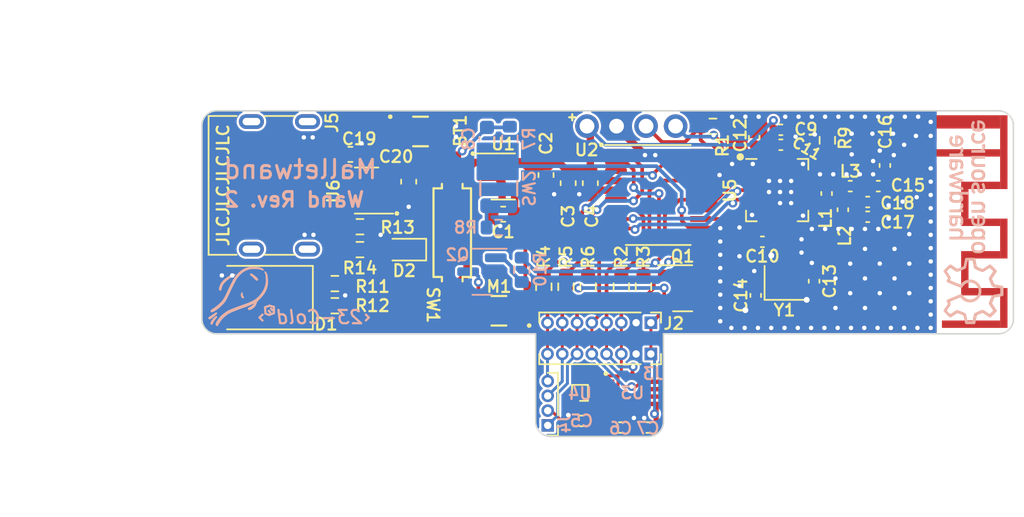
<source format=kicad_pcb>
(kicad_pcb (version 20221018) (generator pcbnew)
  (layers (0 "F.Cu" signal) (31 "B.Cu" signal) (34 "B.Paste" user) (35 "F.Paste" user) (36 "B.SilkS" user "B.Silkscreen") (37 "F.SilkS" user "F.Silkscreen") (38 "B.Mask" user) (39 "F.Mask" user) (44 "Edge.Cuts" user))
  (net 0 "")
  (net 1 "VBAT")
  (net 2 "GND")
  (net 3 "Net-(U1-BP)")
  (net 4 "VDD")
  (net 5 "VIB_TRG")
  (net 6 "Net-(U5-DVDD)")
  (net 7 "Net-(U5-XC1)")
  (net 8 "Net-(U5-XC2)")
  (net 9 "Net-(U5-VDD_PA)")
  (net 10 "SWCLK")
  (net 11 "SWDIO")
  (net 12 "SPI2_MOSI")
  (net 13 "SPI2_SCK")
  (net 14 "BMI_CS")
  (net 15 "LED_R")
  (net 16 "LED_G")
  (net 17 "LED_B")
  (net 18 "Net-(U5-ANT1)")
  (net 19 "Net-(U5-ANT2)")
  (net 20 "Net-(M1--)")
  (net 21 "MOTOR_G")
  (net 22 "Net-(U2-PA12{slash}PA10)")
  (net 23 "Net-(U2-PB0{slash}PB1{slash}PB2{slash}PA8)")
  (net 24 "Net-(U2-PB3{slash}PB4{slash}PB5{slash}PB6)")
  (net 25 "Net-(U2-PB7{slash}PB8)")
  (net 26 "Net-(U5-IREF)")
  (net 27 "Net-(SW1-B)")
  (net 30 "SPI1_MOSI")
  (net 31 "nRF_CS")
  (net 32 "nRF_CE")
  (net 33 "SPI1_MISO")
  (net 35 "Net-(U3-ASDX)")
  (net 36 "Net-(U3-ASCX)")
  (net 42 "Net-(C15-Pad1)")
  (net 43 "VDDSUB")
  (net 44 "Net-(Q1-G)")
  (net 45 "Net-(Q2-G)")
  (net 46 "SUB_VDD_G")
  (net 47 "Net-(R8-Pad2)")
  (net 48 "SPI1_SCK")
  (net 49 "VBUS")
  (net 50 "Net-(D2-K)")
  (net 51 "Net-(D2-A)")
  (net 52 "Net-(J5-CC1)")
  (net 53 "Net-(J5-CC2)")
  (net 55 "Net-(U6-PROG)")
  (net 56 "Net-(AE1-Pad1)")
  (footprint "Connector_PinHeader_1.00mm:PinHeader_1x08_P1.00mm_Vertical" (layer "F.Cu") (at 53.4 41.165 -90)
    (fp_text reference "J3")
    (fp_text value "Conn_01x08")
  )
  (footprint "Capacitor_SMD:C_0603_1608Metric" (layer "F.Cu") (at 33.05 27.65)
    (fp_text reference "C19")
    (fp_text value "4.7u")
  )
  (footprint "Resistor_SMD:R_0603_1608Metric" (layer "F.Cu") (at 52.9 36.615 -90)
    (fp_text reference "R3")
    (fp_text value "1k")
  )
  (footprint "Package_SO:TSSOP-20_4.4x6.5mm_P0.65mm" (layer "F.Cu") (at 53.9 30.4)
    (fp_text reference "U2")
    (fp_text value "STM32G030F6Px")
  )
  (footprint "Capacitor_SMD:C_0402_1005Metric" (layer "F.Cu") (at 68.081944 30.875)
    (fp_text reference "C18")
    (fp_text value "4.7p")
  )
  (footprint "Wand_footprints:TestPoints_1x04_P2.0" (layer "F.Cu") (at 52.075 25.7375)
    (fp_text reference "J1" hide)
    (fp_text value "Conn_01x04")
  )
  (footprint "Wand_footprints:SPST_1x01_P2.54" (layer "F.Cu") (at 39.95 32.95 -90)
    (fp_text reference "SW1")
    (fp_text value "SW_SPST")
  )
  (footprint "Connector_PinHeader_1.00mm:PinHeader_1x08_P1.00mm_Vertical" (layer "F.Cu") (at 53.4 39.05 -90)
    (fp_text reference "J2")
    (fp_text value "Conn_01x08")
  )
  (footprint "Package_BGA:WLP-4_0.86x0.86mm_P0.4mm" (layer "F.Cu") (at 48.6 43.8 90)
    (fp_text reference "U4")
    (fp_text value "MMC5603NJ")
  )
  (footprint "Wand_footprints:ANT_IFA_USB_2.4GHz_50R" (layer "F.Cu") (at 72.15 25.45 90)
    (fp_text reference "AE1" hide)
    (fp_text value "2.4GHz 50R" hide)
  )
  (footprint "Crystal:Crystal_SMD_2016-4Pin_2.0x1.6mm" (layer "F.Cu") (at 62.45 36.35)
    (fp_text reference "Y1")
    (fp_text value "16MHz")
  )
  (footprint "Capacitor_SMD:C_0402_1005Metric" (layer "F.Cu") (at 68.801944 29.8)
    (fp_text reference "C15")
    (fp_text value "1.5p")
  )
  (footprint "Connector_PinHeader_1.00mm:PinHeader_1x04_P1.00mm_Vertical" (layer "F.Cu") (at 46.415 46.0025 180)
    (fp_text reference "J4")
    (fp_text value "Conn_01x04")
  )
  (footprint "Capacitor_SMD:C_0402_1005Metric" (layer "F.Cu") (at 48.7 45.7 180)
    (fp_text reference "C5")
    (fp_text value "100n")
  )
  (footprint "Capacitor_SMD:C_0402_1005Metric" (layer "F.Cu") (at 62.2 25.985786)
    (fp_text reference "C9")
    (fp_text value "4.7u")
  )
  (footprint "Capacitor_SMD:C_0402_1005Metric" (layer "F.Cu") (at 51.35 46.15)
    (fp_text reference "C6")
    (fp_text value "100n")
  )
  (footprint "Package_TO_SOT_SMD:SOT-23-5" (layer "F.Cu") (at 43.4 29.15)
    (fp_text reference "U1")
    (fp_text value "SPX3819M5-L-3-3")
  )
  (footprint "Wand_footprints:Pads_1x02_P2.5" (layer "F.Cu") (at 43.11 38.24 180)
    (fp_text reference "M1")
    (fp_text value "Motor_DC")
  )
  (footprint "Resistor_SMD:R_0603_1608Metric" (layer "F.Cu") (at 33.7 32.55)
    (fp_text reference "R13")
    (fp_text value "2k")
  )
  (footprint "Resistor_SMD:R_0603_1608Metric" (layer "F.Cu") (at 47.65 36.615 90)
    (fp_text reference "R5")
    (fp_text value "1k TBD")
  )
  (footprint "Capacitor_SMD:C_0402_1005Metric" (layer "F.Cu") (at 65.301944 30.3 90)
    (fp_text reference "L1")
    (fp_text value "8.2n")
  )
  (footprint "Capacitor_SMD:C_0402_1005Metric" (layer "F.Cu") (at 60.951944 33.57)
    (fp_text reference "C10")
    (fp_text value "10n")
  )
  (footprint "Capacitor_SMD:C_0402_1005Metric" (layer "F.Cu") (at 66.401944 31.4 -90)
    (fp_text reference "L2")
    (fp_text value "2.7n")
  )
  (footprint "Capacitor_SMD:C_0402_1005Metric" (layer "F.Cu") (at 60.4 26.5 90)
    (fp_text reference "C12")
    (fp_text value "33n")
  )
  (footprint "Capacitor_SMD:C_0402_1005Metric" (layer "F.Cu") (at 64.45 36.24 -90)
    (fp_text reference "C13")
    (fp_text value "10p")
  )
  (footprint "Resistor_SMD:R_0603_1608Metric" (layer "F.Cu") (at 49.15 36.615 90)
    (fp_text reference "R6")
    (fp_text value "1k TBD")
  )
  (footprint "Wand_footprints:USB_C_Receptacle" (layer "F.Cu") (at 27.35 29.75 -90)
    (fp_text reference "J5")
    (fp_text value "USB_C_Receptacle_PowerOnly_6P")
  )
  (footprint "Resistor_SMD:R_0603_1608Metric" (layer "F.Cu") (at 57.6 25.75)
    (fp_text reference "R1")
    (fp_text value "1.2M")
  )
  (footprint "Capacitor_SMD:C_0402_1005Metric" (layer "F.Cu") (at 69.25 28.4 90)
    (fp_text reference "C16")
    (fp_text value "1p")
  )
  (footprint "Capacitor_SMD:C_0402_1005Metric" (layer "F.Cu") (at 60.5 37.2 -90)
    (fp_text reference "C14")
    (fp_text value "10p")
  )
  (footprint "Resistor_SMD:R_0603_1608Metric" (layer "F.Cu") (at 32 37.9)
    (fp_text reference "R12")
    (fp_text value "5.1k")
  )
  (footprint "Capacitor_SMD:C_0402_1005Metric" (layer "F.Cu") (at 62.2 27)
    (fp_text reference "C11")
    (fp_text value "10n")
  )
  (footprint "Capacitor_SMD:C_0603_1608Metric" (layer "F.Cu") (at 43.4 31.7 180)
    (fp_text reference "C1")
    (fp_text value "10n")
  )
  (footprint "Wand_footprints:QFN-20-P0.5" (layer "F.Cu") (at 61.951944 30.07)
    (fp_text reference "U5")
    (fp_text value "nRF24L01P")
  )
  (footprint "Resistor_SMD:R_0603_1608Metric" (layer "F.Cu") (at 32 36.4)
    (fp_text reference "R11")
    (fp_text value "5.1k")
  )
  (footprint "Capacitor_SMD:C_0603_1608Metric" (layer "F.Cu") (at 47.8 29.6 -90)
    (fp_text reference "C3")
    (fp_text value "4.7u")
  )
  (footprint "Capacitor_SMD:C_0402_1005Metric" (layer "F.Cu") (at 66.901944 29.8)
    (fp_text reference "L3")
    (fp_text value "3.9n")
  )
  (footprint "Resistor_SMD:R_0603_1608Metric" (layer "F.Cu") (at 46.15 36.615 90)
    (fp_text reference "R4")
    (fp_text value "1k TBD")
  )
  (footprint "Resistor_SMD:R_0603_1608Metric" (layer "F.Cu") (at 51.4 36.615 -90)
    (fp_text reference "R2")
    (fp_text value "1k")
  )
  (footprint "Capacitor_SMD:C_0603_1608Metric" (layer "F.Cu") (at 49.3 29.6 -90)
    (fp_text reference "C4")
    (fp_text value "100n")
  )
  (footprint "Resistor_SMD:R_0603_1608Metric" (layer "F.Cu") (at 33.7 34.1)
    (fp_text reference "R14")
    (fp_text value "6.8k")
  )
  (footprint "Wand_footprints:Pads_1x02_P2.5" (layer "F.Cu") (at 37.8025 26.1)
    (fp_text reference "BT1")
    (fp_text value "LiPo")
  )
  (footprint "Wand_footprints:QFN50P300X250X87-14N" (layer "F.Cu") (at 52.15 43.8)
    (fp_text reference "U3")
    (fp_text value "BMI270" hide)
  )
  (footprint "Capacitor_SMD:C_0402_1005Metric" (layer "F.Cu") (at 53.2 46.15)
    (fp_text reference "C7")
    (fp_text value "2.2u")
  )
  (footprint "LED_SMD:LED_0603_1608Metric" (layer "F.Cu") (at 36.7 34.1 180)
    (fp_text reference "D2")
    (fp_text value "LED")
  )
  (footprint "Capacitor_SMD:C_0603_1608Metric" (layer "F.Cu") (at 37 29.5 -90)
    (fp_text reference "C20")
    (fp_text value "10u")
  )
  (footprint "Resistor_SMD:R_0603_1608Metric" (layer "F.Cu") (at 65.35 26.7 90)
    (fp_text reference "R9")
    (fp_text value "22k")
  )
  (footprint "Capacitor_SMD:C_0402_1005Metric" (layer "F.Cu") (at 68.081944 31.875)
    (fp_text reference "C17")
    (fp_text value "2.2n")
  )
  (footprint "Diode_SMD:D_SMB" (layer "F.Cu") (at 26.85 37.35 180)
    (fp_text reference "D1")
    (fp_text value "SMBJ5.0A")
  )
  (footprint "Package_TO_SOT_SMD:TSOT-23-5" (layer "F.Cu") (at 34.15 30.1 180)
    (fp_text reference "U6")
    (fp_text value "LTC4054ES5-4.2")
  )
  (footprint "Package_TO_SOT_SMD:SOT-23" (layer "F.Cu") (at 55.55 36.715)
    (fp_text reference "Q1")
    (fp_text value "Si2301")
  )
  (footprint "Capacitor_SMD:C_0603_1608Metric" (layer "F.Cu") (at 46.3 29.05 -90)
    (fp_text reference "C2")
    (fp_text value "4.7u")
  )
  (footprint "Capacitor_SMD:C_0603_1608Metric" (layer "B.Cu") (at 42.3 26.6 -90)
    (fp_text reference "C8")
    (fp_text value "1n")
  )
  (footprint "Wand_footprints:VibSwitch_JYX-1210-X160" (layer "B.Cu") (at 43.1 29.95 90)
    (fp_text reference "SW2")
    (fp_text value "Vib")
  )
  (footprint "Resistor_SMD:R_0603_1608Metric" (layer "B.Cu") (at 43.1 32.6 180)
    (fp_text reference "R8")
    (fp_text value "100k")
  )
  (footprint "Resistor_SMD:R_0603_1608Metric" (layer "B.Cu") (at 43.85 26.6 90)
    (fp_text reference "R7")
    (fp_text value "3.3M")
  )
  (footprint "LOGO" (layer "B.Cu") (at 75.25 36.9 90)
    (fp_text reference "G***" hide)
    (fp_text value "LOGO" hide)
  )
  (footprint "Resistor_SMD:R_0603_1608Metric" (layer "B.Cu") (at 44.655 35.47 -90)
    (fp_text reference "R10")
    (fp_text value "1k")
  )
  (footprint "LOGO" (layer "B.Cu") (at 74.941219 29.85 90)
    (fp_text reference "G***" hide)
    (fp_text value "LOGO" hide)
  )
  (footprint "LOGO" (layer "B.Cu") (at 25.4 37.35 180)
    (fp_text reference "G***" hide)
    (fp_text value "LOGO" hide)
  )
  (footprint "Package_TO_SOT_SMD:SOT-23" (layer "B.Cu") (at 41.9625 35.6 180)
    (fp_text reference "Q2")
    (fp_text value "Si2301")
  )
  (gr_line (start 27.275 38) (end 27.575 37.9) (stroke (width 0.15)) (layer "B.SilkS"))
  (gr_line (start 27.55 38.525) (end 27.3 38.425) (stroke (width 0.15)) (layer "B.SilkS"))
  (gr_line (start 27.3 38.425) (end 27.275 38.025) (stroke (width 0.15)) (layer "B.SilkS"))
  (gr_line (start 34.1 38.9) (end 34.3 38.7) (stroke (width 0.15)) (layer "B.SilkS"))
  (gr_line (start 27.675 38.1) (end 27.775 38.2) (stroke (width 0.15)) (layer "B.SilkS"))
  (gr_line (start 27.875 38.4) (end 27.55 38.525) (stroke (width 0.15)) (layer "B.SilkS"))
  (gr_line (start 27.575 37.9) (end 27.875 37.975) (stroke (width 0.15)) (layer "B.SilkS"))
  (gr_line (start 27.1 38.9) (end 26.9 38.7) (stroke (width 0.15)) (layer "B.SilkS"))
  (gr_line (start 34.3 38.7) (end 34.1 38.5) (stroke (width 0.15)) (layer "B.SilkS"))
  (gr_line (start 26.9 38.7) (end 27.1 38.5) (stroke (width 0.15)) (layer "B.SilkS"))
  (gr_line (start 27.875 37.975) (end 27.875 38.4) (stroke (width 0.15)) (layer "B.SilkS"))
  (gr_line (start 27.525 38.25) (end 27.625 38.35) (stroke (width 0.15)) (layer "B.SilkS"))
  (gr_circle (center 36.2 31.65) (end 36.35 31.65) (stroke (width 0.01)) (fill solid) (layer "F.SilkS"))
  (gr_circle (center 50.05 27) (end 50.2 27) (stroke (width 0.01)) (fill solid) (layer "F.SilkS"))
  (gr_circle (center 41.35 27.6) (end 41.5 27.6) (stroke (width 0.01)) (fill solid) (layer "F.SilkS"))
  (gr_arc (start 46.6 46.75) (mid 45.892893 46.457107) (end 45.6 45.75) (stroke (width 0.1)) (layer "Edge.Cuts"))
  (gr_line (start 54.25 39.8) (end 76.95 39.8) (stroke (width 0.1)) (layer "Edge.Cuts"))
  (gr_arc (start 76.95 24.7) (mid 77.657107 24.992893) (end 77.95 25.7) (stroke (width 0.1)) (layer "Edge.Cuts"))
  (gr_line (start 46.6 46.75) (end 53.25 46.75) (stroke (width 0.1)) (layer "Edge.Cuts"))
  (gr_line (start 45.6 45.75) (end 45.6 39.8) (stroke (width 0.1)) (layer "Edge.Cuts"))
  (gr_line (start 45.6 39.8) (end 24 39.8) (stroke (width 0.1)) (layer "Edge.Cuts"))
  (gr_arc (start 23 25.7) (mid 23.292893 24.992893) (end 24 24.7) (stroke (width 0.1)) (layer "Edge.Cuts"))
  (gr_arc (start 54.25 45.75) (mid 53.957107 46.457107) (end 53.25 46.75) (stroke (width 0.1)) (layer "Edge.Cuts"))
  (gr_line (start 24 24.7) (end 76.95 24.7) (stroke (width 0.1)) (layer "Edge.Cuts"))
  (gr_arc (start 77.95 38.8) (mid 77.657107 39.507107) (end 76.95 39.8) (stroke (width 0.1)) (layer "Edge.Cuts"))
  (gr_line (start 23 25.7) (end 23 38.8) (stroke (width 0.1)) (layer "Edge.Cuts"))
  (gr_line (start 54.25 45.75) (end 54.25 39.8) (stroke (width 0.1)) (layer "Edge.Cuts"))
  (gr_line (start 77.95 38.8) (end 77.95 25.7) (stroke (width 0.1)) (layer "Edge.Cuts"))
  (gr_arc (start 24 39.8) (mid 23.292893 39.507107) (end 23 38.8) (stroke (width 0.1)) (layer "Edge.Cuts"))
  (gr_text "Malletwand" (at 24.35 29.4) (layer "B.SilkS") (effects (font (size 1.25 1.25) (thickness 0.2) bold) (justify right bottom mirror)))
  (gr_text "Wand Rev. 2" (at 24.4 31.3) (layer "B.SilkS") (effects (font (size 1 1) (thickness 0.2) bold) (justify right bottom mirror)))
  (gr_text "23-Cold" (at 34 39.2) (layer "B.SilkS") (effects (font (size 0.9 0.9) (thickness 0.15) italic) (justify left bottom mirror)))
  (gr_text "JLCJLCJLCJLC" (at 24.9 33.95 90) (layer "F.SilkS") (effects (font (size 0.8 0.8)) (justify left bottom)))
  (segment (start 37 28.725) (end 37 26.5475) (width 0.5) (layer "F.Cu") (net 1))
  (segment (start 37 26.5475) (end 36.5525 26.1) (width 0.5) (layer "F.Cu") (net 1))
  (segment (start 36.575 29.15) (end 37 28.725) (width 0.5) (layer "F.Cu") (net 1))
  (segment (start 39.95 28.1) (end 39.95 28.55) (width 0.25) (layer "F.Cu") (net 1))
  (segment (start 40.625 27.425) (end 39.95 28.1) (width 0.25) (layer "F.Cu") (net 1))
  (segment (start 35.2875 29.15) (end 36.575 29.15) (width 0.5) (layer "F.Cu") (net 1))
  (segment (start 39.775 28.725) (end 39.95 28.55) (width 0.5) (layer "F.Cu") (net 1))
  (segment (start 37 28.725) (end 39.775 28.725) (width 0.5) (layer "F.Cu") (net 1))
  (via (at 40.625 27.425) (size 0.6) (drill 0.3) (layers "F.Cu" "B.Cu") (net 1))
  (segment (start 40.625 27.425) (end 40.7 27.425) (width 0.25) (layer "B.Cu") (net 1))
  (segment (start 42.3 25.825) (end 43.8 25.825) (width 0.25) (layer "B.Cu") (net 1))
  (segment (start 40.7 27.425) (end 42.3 25.825) (width 0.25) (layer "B.Cu") (net 1))
  (segment (start 43.8 25.825) (end 43.85 25.775) (width 0.25) (layer "B.Cu") (net 1))
  (segment (start 42.2625 29.15) (end 42.924999 29.15) (width 0.5) (layer "F.Cu") (net 2))
  (segment (start 62.451944 28.1325) (end 62.451944 27.228056) (width 0.25) (layer "F.Cu") (net 2))
  (segment (start 47.8 30.375) (end 46.85 30.375) (width 0.5) (layer "F.Cu") (net 2))
  (segment (start 61.951944 31.550284) (end 61.451944 31.050284) (width 0.25) (layer "F.Cu") (net 2))
  (segment (start 48.4 45.52) (end 48.22 45.7) (width 0.2) (layer "F.Cu") (net 2))
  (segment (start 46.85 30.35) (end 46.825 30.35) (width 0.5) (layer "F.Cu") (net 2))
  (segment (start 51.075 25.775) (end 51.075 25.7375) (width 0.5) (layer "F.Cu") (net 2))
  (segment (start 30.8 33.1) (end 29.7 33.1) (width 0.6) (layer "F.Cu") (net 2))
  (segment (start 46.85 30.375) (end 46.85 30.375) (width 0.5) (layer "F.Cu") (net 2))
  (segment (start 42.924999 29.15) (end 43.325 29.550001) (width 0.5) (layer "F.Cu") (net 2))
  (segment (start 53 27.7) (end 51.075 25.775) (width 0.5) (layer "F.Cu") (net 2))
  (segment (start 47.8 30.375) (end 48.525 30.375) (width 0.5) (layer "F.Cu") (net 2))
  (segment (start 53 27.7) (end 53.7 27.7) (width 0.5) (layer "F.Cu") (net 2))
  (segment (start 48.4 44) (end 48.4 45.52) (width 0.2) (layer "F.Cu") (net 2))
  (segment (start 52.4 39.05) (end 52.4 41.165) (width 0.2) (layer "F.Cu") (net 2))
  (segment (start 43.325 31) (end 42.625 31.7) (width 0.5) (layer "F.Cu") (net 2))
  (segment (start 49.6 30.075) (end 51.0375 30.075) (width 0.5) (layer "F.Cu") (net 2))
  (segment (start 62.451944 27.228056) (end 62.68 27) (width 0.25) (layer "F.Cu") (net 2))
  (segment (start 37 30.275) (end 37 31.2) (width 0.5) (layer "F.Cu") (net 2))
  (segment (start 46.825 30.35) (end 46.3 29.825) (width 0.5) (layer "F.Cu") (net 2))
  (segment (start 61.951944 32.0075) (end 61.951944 31.550284) (width 0.25) (layer "F.Cu") (net 2))
  (segment (start 48.55 30.35) (end 48.575 30.375) (width 0.5) (layer "F.Cu") (net 2))
  (segment (start 32.725 37.175) (end 32.7 37.2) (width 0.5) (layer "F.Cu") (net 2))
  (segment (start 33.825 26.925) (end 33.8 26.9) (width 0.5) (layer "F.Cu") (net 2))
  (segment (start 48.575 30.375) (end 49.3 30.375) (width 0.5) (layer "F.Cu") (net 2))
  (segment (start 35.2875 30.1) (end 36.825 30.1) (width 0.5) (layer "F.Cu") (net 2))
  (segment (start 48.22 45.7) (end 48.2 45.7) (width 0.2) (layer "F.Cu") (net 2))
  (segment (start 68.561944 31.875) (end 68.561944 30.875) (width 0.25) (layer "F.Cu") (net 2))
  (segment (start 32.725 36.4) (end 32.725 37.175) (width 0.5) (layer "F.Cu") (net 2))
  (segment (start 32.7 37.2) (end 32.725 37.225) (width 0.5) (layer "F.Cu") (net 2))
  (segment (start 48.2 45.7) (end 47.8 45.3) (width 0.2) (layer "F.Cu") (net 2))
  (segment (start 43.2 32.5) (end 42.625 31.925) (width 0.5) (layer "F.Cu") (net 2))
  (segment (start 49.3 30.375) (end 49.6 30.075) (width 0.5) (layer "F.Cu") (net 2))
  (segment (start 33.825 27.65) (end 34.225 28.05) (width 0.5) (layer "F.Cu") (net 2))
  (segment (start 25.05 36.35) (end 24.35 36.35) (width 1.8) (layer "F.Cu") (net 2))
  (segment (start 39.5 26.1) (end 39.95 26.1) (width 2) (layer "F.Cu") (net 2))
  (segment (start 61.951944 33.05) (end 61.431944 33.57) (width 0.25) (layer "F.Cu") (net 2))
  (segment (start 34.525 32.525) (end 35.1 33.1) (width 0.25) (layer "F.Cu") (net 2))
  (segment (start 33.825 27.65) (end 33.825 26.925) (width 0.5) (layer "F.Cu") (net 2))
  (segment (start 34.225 28.05) (end 34.225 29.6) (width 0.5) (layer "F.Cu") (net 2))
  (segment (start 34.225 29.6) (end 34.725 30.1) (width 0.5) (layer "F.Cu") (net 2))
  (segment (start 61.951944 32.0075) (end 61.951944 33.05) (width 0.25) (layer "F.Cu") (net 2))
  (segment (start 34.725 30.1) (end 35.2875 30.1) (width 0.5) (layer "F.Cu") (net 2))
  (segment (start 61.451944 31.050284) (end 61.451944 30.95) (width 0.25) (layer "F.Cu") (net 2))
  (segment (start 36.825 30.1) (end 37 30.275) (width 0.5) (layer "F.Cu") (net 2))
  (segment (start 46.85 30.375) (end 46.85 30.35) (width 0.5) (layer "F.Cu") (net 2))
  (segment (start 43.325 29.550001) (end 43.325 31) (width 0.5) (layer "F.Cu") (net 2))
  (segment (start 48.525 30.375) (end 48.55 30.35) (width 0.5) (layer "F.Cu") (net 2))
  (segment (start 32.725 37.225) (end 32.725 37.9) (width 0.5) (layer "F.Cu") (net 2))
  (segment (start 42.625 31.925) (end 42.625 31.7) (width 0.5) (layer "F.Cu") (net 2))
  (segment (start 30.8 26.5) (end 29.7 26.5) (width 0.6) (layer "F.Cu") (net 2))
  (segment (start 34.525 32.5) (end 34.525 32.525) (width 0.25) (layer "F.Cu") (net 2))
  (via (at 66.95 39.4) (size 0.6) (drill 0.3) (layers "F.Cu" "B.Cu") (net 2))
  (via (at 67 27.65) (size 0.6) (drill 0.3) (layers "F.Cu" "B.Cu") (net 2))
  (via (at 30.55 33.1) (size 0.6) (drill 0.3) (layers "F.Cu" "B.Cu") (net 2))
  (via (at 66.9 37.05) (size 0.6) (drill 0.3) (layers "F.Cu" "B.Cu") (net 2))
  (via (at 70.6 25.1) (size 0.6) (drill 0.3) (layers "F.Cu" "B.Cu") (net 2))
  (via (at 58.1 35.35) (size 0.6) (drill 0.3) (layers "F.Cu" "B.Cu") (net 2))
  (via (at 58.1 36.25) (size 0.6) (drill 0.3) (layers "F.Cu" "B.Cu") (net 2))
  (via (at 58.1 34.45) (size 0.6) (drill 0.3) (layers "F.Cu" "B.Cu") (net 2))
  (via (at 72.35 34.9) (size 0.6) (drill 0.3) (layers "F.Cu" "B.Cu") (net 2))
  (via (at 67.9 34.05) (size 0.6) (drill 0.3) (layers "F.Cu" "B.Cu") (net 2))
  (via (at 71.35 26.4) (size 0.6) (drill 0.3) (layers "F.Cu" "B.Cu") (net 2))
  (via (at 70.9 35.05) (size 0.6) (drill 0.3) (layers "F.Cu" "B.Cu") (net 2))
  (via (at 59.8 25.1) (size 0.6) (drill 0.3) (layers "F.Cu" "B.Cu") (net 2))
  (via (at 72.35 33.1) (size 0.6) (drill 0.3) (layers "F.Cu" "B.Cu") (net 2))
  (via (at 67.9 36.05) (size 0.6) (drill 0.3) (layers "F.Cu" "B.Cu") (net 2))
  (via (at 64.3 35) (size 0.6) (drill 0.3) (layers "F.Cu" "B.Cu") (net 2))
  (via (at 70.55 27) (size 0.6) (drill 0.3) (layers "F.Cu" "B.Cu") (net 2))
  (via (at 32.7 37.2) (size 0.6) (drill 0.3) (layers "F.Cu" "B.Cu") (net 2))
  (via (at 68.8 32.7) (size 0.6) (drill 0.3) (layers "F.Cu" "B.Cu") (net 2))
  (via (at 52.25 45.5) (size 0.6) (drill 0.3) (layers "F.Cu" "B.Cu") (net 2))
  (via (at 60.3 28.3) (size 0.6) (drill 0.3) (layers "F.Cu" "B.Cu") (net 2))
  (via (at 66.05 39.4) (size 0.6) (drill 0.3) (layers "F.Cu" "B.Cu") (net 2))
  (via (at 70.9 37.05) (size 0.6) (drill 0.3) (layers "F.Cu" "B.Cu") (net 2))
  (via (at 68.4 26.25) (size 0.6) (drill 0.3) (layers "F.Cu" "B.Cu") (net 2))
  (via (at 69.7 25.1) (size 0.6) (drill 0.3) (layers "F.Cu" "B.Cu") (net 2))
  (via (at 58.05 29.05) (size 0.6) (drill 0.3) (layers "F.Cu" "B.Cu") (net 2))
  (via (at 72.35 37.6) (size 0.6) (drill 0.3) (layers "F.Cu" "B.Cu") (net 2))
  (via (at 37 31.2) (size 0.6) (drill 0.3) (layers "F.Cu" "B.Cu") (net 2))
  (via (at 64.5 26.3) (size 0.6) (drill 0.3) (layers "F.Cu" "B.Cu") (net 2))
  (via (at 58.9 25.1) (size 0.6) (drill 0.3) (layers "F.Cu" "B.Cu") (net 2))
  (via (at 53.7 27.7) (size 0.6) (drill 0.3) (layers "F.Cu" "B.Cu") (net 2))
  (via (at 48.55 30.35) (size 0.6) (drill 0.3) (layers "F.Cu" "B.Cu") (net 2))
  (via (at 68.9 27.4) (size 0.6) (drill 0.3) (layers "F.Cu" "B.Cu") (net 2))
  (via (at 72.35 38.5) (size 0.6) (drill 0.3) (layers "F.Cu" "B.Cu") (net 2))
  (via (at 67.9 38.05) (size 0.6) (drill 0.3) (layers "F.Cu" "B.Cu") (net 2))
  (via (at 30.5 26.5) (size 0.6) (drill 0.3) (layers "F.Cu" "B.Cu") (net 2))
  (via (at 63.7 28.3) (size 0.6) (drill 0.3) (layers "F.Cu" "B.Cu") (net 2))
  (via (at 46.85 30.35) (size 0.6) (drill 0.3) (layers "F.Cu" "B.Cu") (net 2))
  (via (at 72.35 36.7) (size 0.6) (drill 0.3) (layers "F.Cu" "B.Cu") (net 2))
  (via (at 62.9 30.95) (size 0.6) (drill 0.3) (layers "F.Cu" "B.Cu") (net 2))
  (via (at 61.4 30.2) (size 0.6) (drill 0.3) (layers "F.Cu" "B.Cu") (net 2))
  (via (at 62.45 39.4) (size 0.6) (drill 0.3) (layers "F.Cu" "B.Cu") (net 2))
  (via (at 61.55 34.5) (size 0.8) (drill 0.4) (layers "F.Cu" "B.Cu") (net 2))
  (via (at 67 25.1) (size 0.6) (drill 0.3) (layers "F.Cu" "B.Cu") (net 2))
  (via (at 70.45 30.85) (size 0.6) (drill 0.3) (layers "F.Cu" "B.Cu") (net 2))
  (via (at 63.6 34.3) (size 0.6) (drill 0.3) (layers "F.Cu" "B.Cu") (net 2))
  (via (at 65.2 32.7) (size 0.6) (drill 0.3) (layers "F.Cu" "B.Cu") (net 2))
  (via (at 64.85 29) (size 0.6) (drill 0.3) (layers "F.Cu" "B.Cu") (net 2))
  (via (at 67.9 32.7) (size 0.6) (drill 0.3) (layers "F.Cu" "B.Cu") (net 2))
  (via (at 71.5 25.1) (size 0.6) (drill 0.3) (layers "F.Cu" "B.Cu") (net 2))
  (via (at 62.9 30.2) (size 0.6) (drill 0.3) (layers "F.Cu" "B.Cu") (net 2))
  (via (at 69.8 26.25) (size 0.6) (drill 0.3) (layers "F.Cu" "B.Cu") (net 2))
  (via (at 71.45 39.4) (size 0.6) (drill 0.3) (layers "F.Cu" "B.Cu") (net 2))
  (via (at 64.3 32.7) (size 0.6) (drill 0.3) (layers "F.Cu" "B.Cu") (net 2))
  (via (at 40.2 25.75) (size 0.6) (drill 0.3) (layers "F.Cu" "B.Cu") (net 2))
  (via (at 69.9 38.05) (size 0.6) (drill 0.3) (layers "F.Cu" "B.Cu") (net 2))
  (via (at 58.9 28.3) (size 0.6) (drill 0.3) (layers "F.Cu" "B.Cu") (net 2))
  (via (at 59.4 36.55) (size 0.6) (drill 0.3) (layers "F.Cu" "B.Cu") (net 2))
  (via (at 65.9 36.05) (size 0.6) (drill 0.3) (layers "F.Cu" "B.Cu") (net 2))
  (via (at 60.4 35.55) (size 0.6) (drill 0.3) (layers "F.Cu" "B.Cu") (net 2))
  (via (at 61.4 29.45) (size 0.6) (drill 0.3) (layers "F.Cu" "B.Cu") (net 2))
  (via (at 58.1 32.65) (size 0.6) (drill 0.3) (layers "F.Cu" "B.Cu") (net 2))
  (via (at 65.2 25.1) (size 0.6) (drill 0.3) (layers "F.Cu" "B.Cu") (net 2))
  (via (at 72.35 31.3) (size 0.6) (drill 0.3) (layers "F.Cu" "B.Cu") (net 2))
  (via (at 60.65 39.4) (size 0.6) (drill 0.3) (layers "F.Cu" "B.Cu") (net 2))
  (via (at 60.7 25.1) (size 0.6) (drill 0.3) (layers "F.Cu" "B.Cu") (net 2))
  (via (at 69.65 39.4) (size 0.6) (drill 0.3) (layers "F.Cu" "B.Cu") (net 2))
  (via (at 29.95 33.1) (size 0.6) (drill 0.3) (layers "F.Cu" "B.Cu") (net 2))
  (via (at 69.9 34.05) (size 0.6) (drill 0.3) (layers "F.Cu" "B.Cu") (net 2))
  (via (at 68.8 25.1) (size 0.6) (drill 0.3) (layers "F.Cu" "B.Cu") (net 2))
  (via (at 24.35 35.85) (size 0.6) (drill 0.3) (layers "F.Cu" "B.Cu") (net 2))
  (via (at 53 27.7) (size 0.6) (drill 0.3) (layers "F.Cu" "B.Cu") (net 2))
  (via (at 63.4 25.1) (size 0.6) (drill 0.3) (layers "F.Cu" "B.Cu") (net 2))
  (via (at 59.8 38.2) (size 0.8) (drill 0.4) (layers "F.Cu" "B.Cu") (net 2))
  (via (at 69.5 32) (size 0.6) (drill 0.3) (layers "F.Cu" "B.Cu") (net 2))
  (via (at 72.35 30.4) (size 0.6) (drill 0.3) (layers "F.Cu" "B.Cu") (net 2))
  (via (at 66.1 25.1) (size 0.6) (drill 0.3) (layers "F.Cu" "B.Cu") (net 2))
  (via (at 63.35 39.4) (size 0.6) (drill 0.3) (layers "F.Cu" "B.Cu") (net 2))
  (via (at 72.35 35.8) (size 0.6) (drill 0.3) (layers "F.Cu" "B.Cu") (net 2))
  (via (at 58.1 38.95) (size 0.6) (drill 0.3) (layers "F.Cu" "B.Cu") (net 2))
  (via (at 67.85 39.4) (size 0.6) (drill 0.3) (layers "F.Cu" "B.Cu") (net 2))
  (via (at 66.1 32.7) (size 0.6) (drill 0.3) (layers "F.Cu" "B.Cu") (net 2))
  (via (at 43.2 32.5) (size 0.6) (drill 0.3) (layers "F.Cu" "B.Cu") (net 2))
  (via (at 62.5 25.1) (size 0.6) (drill 0.3) (layers "F.Cu" "B.Cu") (net 2))
  (via (at 61.55 39.4) (size 0.6) (drill 0.3) (layers "F.Cu" "B.Cu") (net 2))
  (via (at 63.95 37.5) (size 0.8) (drill 0.4) (layers "F.Cu" "B.Cu") (net 2))
  (via (at 58.1 37.15) (size 0.6) (drill 0.3) (layers "F.Cu" "B.Cu") (net 2))
  (via (at 62.15 29.45) (size 0.6) (drill 0.3) (layers "F.Cu" "B.Cu") (net 2))
  (via (at 47.8 45.3) (size 0.6) (drill 0.3) (layers "F.Cu" "B.Cu") (net 2))
  (via (at 69.5 31.1) (size 0.6) (drill 0.3) (layers "F.Cu" "B.Cu") (net 2))
  (via (at 58.85 39.4) (size 0.6) (drill 0.3) (layers "F.Cu" "B.Cu") (net 2))
  (via (at 58.1 33.55) (size 0.6) (drill 0.3) (layers "F.Cu" "B.Cu") (net 2))
  (via (at 72.35 25.45) (size 0.6) (drill 0.3) (layers "F.Cu" "B.Cu") (net 2))
  (via (at 68.45 28.1) (size 0.6) (drill 0.3) (layers "F.Cu" "B.Cu") (net 2))
  (via (at 62.9 29.45) (size 0.6) (drill 0.3) (layers "F.Cu" "B.Cu") (net 2))
  (via (at 72.35 26.4) (size 0.6) (drill 0.3) (layers "F.Cu" "B.Cu") (net 2))
  (via (at 59.4 34.55) (size 0.6) (drill 0.3) (layers "F.Cu" "B.Cu") (net 2))
  (via (at 63.7 31.8) (size 0.6) (drill 0.3) (layers "F.Cu" "B.Cu") (net 2))
  (via (at 68.9 37.05) (size 0.6) (drill 0.3) (layers "F.Cu" "B.Cu") (net 2))
  (via (at 40.2 26.45) (size 0.6) (drill 0.3) (layers "F.Cu" "B.Cu") (net 2))
  (via (at 68.9 35.05) (size 0.6) (drill 0.3) (layers "F.Cu" "B.Cu") (net 2))
  (via (at 63.2 26.45) (size 0.6) (drill 0.3) (layers "F.Cu" "B.Cu") (net 2))
  (via (at 64.3 25.1) (size 0.6) (drill 0.3) (layers "F.Cu" "B.Cu") (net 2))
  (via (at 67.55 29) (size 0.6) (drill 0.3) (layers "F.Cu" "B.Cu") (net 2))
  (via (at 72.35 39.4) (size 0.6) (drill 0.3) (layers "F.Cu" "B.Cu") (net 2))
  (via (at 68.45 29) (size 0.6) (drill 0.3) (layers "F.Cu" "B.Cu") (net 2))
  (via (at 69.9 36.05) (size 0.6) (drill 0.3) (layers "F.Cu" "B.Cu") (net 2))
  (via (at 63.6 33.4) (size 0.6) (drill 0.3) (layers "F.Cu" "B.Cu") (net 2))
  (via (at 25.05 35.85) (size 0.6) (drill 0.3) (layers "F.Cu" "B.Cu") (net 2))
  (via (at 67 32.7) (size 0.6) (drill 0.3) (layers "F.Cu" "B.Cu") (net 2))
  (via (at 64.25 39.4) (size 0.6) (drill 0.3) (layers "F.Cu" "B.Cu") (net 2))
  (via (at 58.1 38.05) (size 0.6) (drill 0.3) (layers "F.Cu" "B.Cu") (net 2))
  (via (at 65.9 38.05) (size 0.6) (drill 0.3) (layers "F.Cu" "B.Cu") (net 2))
  (via (at 71.4 30.55) (size 0.6) (drill 0.3) (layers "F.Cu" "B.Cu") (net 2))
  (via (at 70.55 39.4) (size 0.6) (drill 0.3) (layers "F.Cu" "B.Cu") (net 2))
  (via (at 72.35 32.2) (size 0.6) (drill 0.3) (layers "F.Cu" "B.Cu") (net 2))
  (via (at 72.35 29.5) (size 0.6) (drill 0.3) (layers "F.Cu" "B.Cu") (net 2))
  (via (at 67 26.25) (size 0.6) (drill 0.3) (layers "F.Cu" "B.Cu") (net 2))
  (via (at 70.9 33.05) (size 0.6) (drill 0.3) (layers "F.Cu" "B.Cu") (net 2))
  (via (at 29.9 26.5) (size 0.6) (drill 0.3) (layers "F.Cu" "B.Cu") (net 2))
  (via (at 67.9 25.1) (size 0.6) (drill 0.3) (layers "F.Cu" "B.Cu") (net 2))
  (via (at 66.9 35.05) (size 0.6) (drill 0.3) (layers "F.Cu" "B.Cu") (net 2))
  (via (at 65.15 39.4) (size 0.6) (drill 0.3) (layers "F.Cu" "B.Cu") (net 2))
  (via (at 66.65 29) (size 0.6) (drill 0.3) (layers "F.Cu" "B.Cu") (net 2))
  (via (at 62.15 30.95) (size 0.6) (drill 0.3) (layers "F.Cu" "B.Cu") (net 2))
  (via (at 68.75 39.4) (size 0.6) (drill 0.3) (layers "F.Cu" "B.Cu") (net 2))
  (via (at 72.35 34) (size 0.6) (drill 0.3) (layers "F.Cu" "B.Cu") (net 2))
  (via (at 33.8 26.9) (size 0.6) (drill 0.3) (layers "F.Cu" "B.Cu") (net 2))
  (via (at 35.1 33.1) (size 0.6) (drill 0.3) (layers "F.Cu" "B.Cu") (net 2))
  (via (at 59.4 32.6) (size 0.6) (drill 0.3) (layers "F.Cu" "B.Cu") (net 2))
  (via (at 65.75 29) (size 0.6) (drill 0.3) (layers "F.Cu" "B.Cu") (net 2))
  (via (at 59.75 39.4) (size 0.6) (drill 0.3) (layers "F.Cu" "B.Cu") (net 2))
  (via (at 60.25 31.75) (size 0.6) (drill 0.3) (layers "F.Cu" "B.Cu") (net 2))
  (via (at 52.95 45.5) (size 0.6) (drill 0.3) (layers "F.Cu" "B.Cu") (net 2))
  (via (at 69.85 27.7) (size 0.6) (drill 0.3) (layers "F.Cu" "B.Cu") (net 2))
  (via (at 72.35 28.6) (size 0.6) (drill 0.3) (layers "F.Cu" "B.Cu") (net 2))
  (via (at 62.15 30.2) (size 0.6) (drill 0.3) (layers "F.Cu" "B.Cu") (net 2))
  (segment (start 44.175 30.4625) (end 44.5375 30.1) (width 0.5) (layer "F.Cu") (net 3))
  (segment (start 44.175 31.7) (end 44.175 30.4625) (width 0.5) (layer "F.Cu") (net 3))
  (segment (start 47.25 28.275) (end 47.8 28.825) (width 0.5) (layer "F.Cu") (net 4))
  (segment (start 62.25 28.82) (end 63.371944 28.82) (width 0.25) (layer "F.Cu") (net 4))
  (segment (start 63.621944 29.07) (end 63.889444 29.07) (width 0.25) (layer "F.Cu") (net 4))
  (segment (start 62.203888 28.82) (end 62.25 28.82) (width 0.25) (layer "F.Cu") (net 4))
  (segment (start 61.155974 31.32) (end 60.97 31.32) (width 0.25) (layer "F.Cu") (net 4))
  (segment (start 49.3 25.9625) (end 49.075 25.7375) (width 0.5) (layer "F.Cu") (net 4))
  (segment (start 60.751944 31.101944) (end 60.751944 29) (width 0.25) (layer "F.Cu") (net 4))
  (segment (start 60.471944 33.55851) (end 60.471944 33.57) (width 0.25) (layer "F.Cu") (net 4))
  (segment (start 45.5 28.2) (end 46.225 28.2) (width 0.5) (layer "F.Cu") (net 4))
  (segment (start 60.931944 28.82) (end 61.7 28.82) (width 0.25) (layer "F.Cu") (net 4))
  (segment (start 61.951944 28.1325) (end 61.951944 28.568056) (width 0.25) (layer "F.Cu") (net 4))
  (segment (start 61.951944 28.568056) (end 62.203888 28.82) (width 0.25) (layer "F.Cu") (net 4))
  (segment (start 44.36 38.24) (end 44.9 37.7) (width 0.25) (layer "F.Cu") (net 4))
  (segment (start 61.7 25.35) (end 61.7 25.965786) (width 0.25) (layer "F.Cu") (net 4))
  (segment (start 44.9 31.6) (end 45.5 31) (width 0.25) (layer "F.Cu") (net 4))
  (segment (start 61.451944 31.61597) (end 61.155974 31.32) (width 0.25) (layer "F.Cu") (net 4))
  (segment (start 49.3 28.825) (end 49.9 29.425) (width 0.5) (layer "F.Cu") (net 4))
  (segment (start 48.503734 36.7) (end 48.507524 36.70379) (width 0.25) (layer "F.Cu") (net 4))
  (segment (start 54.3 36.7) (end 54.3 37.3525) (width 0.25) (layer "F.Cu") (net 4))
  (segment (start 49.3 28.825) (end 49.3 25.9625) (width 0.5) (layer "F.Cu") (net 4))
  (segment (start 61.451944 32.0075) (end 61.451944 31.61597) (width 0.25) (layer "F.Cu") (net 4))
  (segment (start 61.72 25.985786) (end 61.72 27) (width 0.25) (layer "F.Cu") (net 4))
  (segment (start 46.225 28.2) (end 46.3 28.275) (width 0.5) (layer "F.Cu") (net 4))
  (segment (start 61.7 25.965786) (end 61.72 25.985786) (width 0.25) (layer "F.Cu") (net 4))
  (segment (start 44.9 37.7) (end 44.9 31.6) (width 0.25) (layer "F.Cu") (net 4))
  (segment (start 60.751944 29) (end 60.931944 28.82) (width 0.25) (layer "F.Cu") (net 4))
  (segment (start 61.951944 27.231944) (end 61.951944 28.1325) (width 0.25) (layer "F.Cu") (net 4))
  (segment (start 47.8 28.825) (end 49.3 28.825) (width 0.5) (layer "F.Cu") (net 4))
  (segment (start 45.45 36.7) (end 48.503734 36.7) (width 0.25) (layer "F.Cu") (net 4))
  (segment (start 61.7 28.82) (end 62.25 28.82) (width 0.25) (layer "F.Cu") (net 4))
  (segment (start 46.3 28.275) (end 47.25 28.275) (width 0.5) (layer "F.Cu") (net 4))
  (segment (start 60.97 31.32) (end 60.751944 31.101944) (width 0.25) (layer "F.Cu") (net 4))
  (segment (start 63.371944 28.82) (end 63.621944 29.07) (width 0.25) (layer "F.Cu") (net 4))
  (segment (start 61.951944 28.568056) (end 61.7 28.82) (width 0.25) (layer "F.Cu") (net 4))
  (segment (start 49.9 29.425) (end 51.0375 29.425) (width 0.5) (layer "F.Cu") (net 4))
  (segment (start 61.451944 32.57851) (end 60.471944 33.55851) (width 0.25) (layer "F.Cu") (net 4))
  (segment (start 61.72 27) (end 61.951944 27.231944) (width 0.25) (layer "F.Cu") (net 4))
  (segment (start 54.3 37.3525) (end 54.6125 37.665) (width 0.25) (layer "F.Cu") (net 4))
  (segment (start 44.5375 28.2) (end 45.5 28.2) (width 0.5) (layer "F.Cu") (net 4))
  (segment (start 61.451944 32.0075) (end 61.451944 32.57851) (width 0.25) (layer "F.Cu") (net 4))
  (segment (start 61.625 26.905) (end 61.72 27) (width 0.25) (layer "F.Cu") (net 4))
  (segment (start 45.5 31) (end 45.5 28.2) (width 0.25) (layer "F.Cu") (net 4))
  (via (at 54.3 36.7) (size 0.6) (drill 0.3) (layers "F.Cu" "B.Cu") (net 4))
  (via (at 61.7 25.35) (size 0.6) (drill 0.3) (layers "F.Cu" "B.Cu") (net 4))
  (via (at 48.507524 36.70379) (size 0.6) (drill 0.3) (layers "F.Cu" "B.Cu") (net 4))
  (segment (start 48.511314 36.7) (end 54.3 36.7) (width 0.25) (layer "B.Cu") (net 4))
  (segment (start 61.7 25.35) (end 60.049302 27.000698) (width 0.25) (layer "B.Cu") (net 4))
  (segment (start 48.507524 36.70379) (end 48.511314 36.7) (width 0.25) (layer "B.Cu") (net 4))
  (segment (start 60.049302 27.000698) (end 50.338198 27.000698) (width 0.25) (layer "B.Cu") (net 4))
  (segment (start 50.338198 27.000698) (end 49.075 25.7375) (width 0.25) (layer "B.Cu") (net 4))
  (segment (start 56.7625 32.675) (end 56.025001 32.675) (width 0.25) (layer "F.Cu") (net 5))
  (segment (start 56.025001 32.675) (end 55.486899 32.136898) (width 0.25) (layer "F.Cu") (net 5))
  (segment (start 55.486899 32.136898) (end 55.486899 31.425) (width 0.25) (layer "F.Cu") (net 5))
  (via (at 55.486899 31.425) (size 0.6) (drill 0.3) (layers "F.Cu" "B.Cu") (net 5))
  (segment (start 55.486899 31.425) (end 55.486899 30.165758) (width 0.25) (layer "B.Cu") (net 5))
  (segment (start 42.3 27.375) (end 42.3 28.7) (width 0.25) (layer "B.Cu") (net 5))
  (segment (start 55.486899 30.165758) (end 53.771141 28.45) (width 0.25) (layer "B.Cu") (net 5))
  (segment (start 43.8 27.375) (end 43.85 27.425) (width 0.25) (layer "B.Cu") (net 5))
  (segment (start 53.771141 28.45) (end 43.7 28.45) (width 0.25) (layer "B.Cu") (net 5))
  (segment (start 42.3 27.375) (end 43.8 27.375) (width 0.25) (layer "B.Cu") (net 5))
  (segment (start 43.825 28.775) (end 43.1 28.775) (width 0.25) (layer "B.Cu") (net 5))
  (segment (start 60.945 27.445) (end 61.155974 27.445) (width 0.25) (layer "F.Cu") (net 6))
  (segment (start 60.4 26.98) (end 60.48 26.98) (width 0.25) (layer "F.Cu") (net 6))
  (segment (start 60.48 26.98) (end 60.945 27.445) (width 0.25) (layer "F.Cu") (net 6))
  (segment (start 61.451944 27.74097) (end 61.451944 28.1325) (width 0.25) (layer "F.Cu") (net 6))
  (segment (start 61.155974 27.445) (end 61.451944 27.74097) (width 0.25) (layer "F.Cu") (net 6))
  (segment (start 62.951944 32.0075) (end 62.925 32.034444) (width 0.25) (layer "F.Cu") (net 7))
  (segment (start 63.15 35.8) (end 64.41 35.8) (width 0.25) (layer "F.Cu") (net 7))
  (segment (start 62.925 32.034444) (end 62.925 35.525) (width 0.25) (layer "F.Cu") (net 7))
  (segment (start 62.875 35.525) (end 63.15 35.8) (width 0.25) (layer "F.Cu") (net 7))
  (segment (start 64.41 35.8) (end 64.45 35.76) (width 0.25) (layer "F.Cu") (net 7))
  (segment (start 62.451944 32.0075) (end 62.451944 35.048056) (width 0.25) (layer "F.Cu") (net 8))
  (segment (start 62.45 35.096112) (end 62.45 36.35) (width 0.2) (layer "F.Cu") (net 8))
  (segment (start 61.57 36.72) (end 61.75 36.9) (width 0.25) (layer "F.Cu") (net 8))
  (segment (start 62.45 36.35) (end 61.9 36.9) (width 0.2) (layer "F.Cu") (net 8))
  (segment (start 60.5 36.72) (end 61.57 36.72) (width 0.25) (layer "F.Cu") (net 8))
  (segment (start 61.9 36.9) (end 61.75 36.9) (width 0.2) (layer "F.Cu") (net 8))
  (segment (start 67.601944 31.875) (end 67.601944 30.875) (width 0.25) (layer "F.Cu") (net 9))
  (segment (start 66.401944 31.88) (end 65.038079 31.88) (width 0.25) (layer "F.Cu") (net 9))
  (segment (start 65.038079 31.88) (end 64.228079 31.07) (width 0.25) (layer "F.Cu") (net 9))
  (segment (start 66.401944 31.88) (end 67.596944 31.88) (width 0.25) (layer "F.Cu") (net 9))
  (segment (start 67.596944 31.88) (end 67.601944 31.875) (width 0.25) (layer "F.Cu") (net 9))
  (segment (start 64.228079 31.07) (end 63.889444 31.07) (width 0.25) (layer "F.Cu") (net 9))
  (segment (start 57.1 27) (end 57.558102 27) (width 0.25) (layer "F.Cu") (net 10))
  (segment (start 57.558102 27) (end 57.775 27.216898) (width 0.25) (layer "F.Cu") (net 10))
  (segment (start 53.075 25.7375) (end 54.15 26.8125) (width 0.25) (layer "F.Cu") (net 10))
  (segment (start 55.7125 26.8125) (end 56.775 25.75) (width 0.25) (layer "F.Cu") (net 10))
  (segment (start 54.15 26.8125) (end 55.7125 26.8125) (width 0.25) (layer "F.Cu") (net 10))
  (segment (start 56.775 26.675) (end 57.1 27) (width 0.25) (layer "F.Cu") (net 10))
  (segment (start 57.775 27.849999) (end 57.499999 28.125) (width 0.25) (layer "F.Cu") (net 10))
  (segment (start 57.499999 28.125) (end 56.7625 28.125) (width 0.25) (layer "F.Cu") (net 10))
  (segment (start 57.775 27.216898) (end 57.775 27.849999) (width 0.25) (layer "F.Cu") (net 10))
  (segment (start 56.775 25.75) (end 56.775 26.675) (width 0.25) (layer "F.Cu") (net 10))
  (segment (start 57.65 26.35) (end 58.2 26.9) (width 0.25) (layer "F.Cu") (net 11))
  (segment (start 58.2 28.074999) (end 57.499999 28.775) (width 0.25) (layer "F.Cu") (net 11))
  (segment (start 57.499999 28.775) (end 56.7625 28.775) (width 0.25) (layer "F.Cu") (net 11))
  (segment (start 58.2 26.9) (end 58.2 28.074999) (width 0.25) (layer "F.Cu") (net 11))
  (via (at 57.65 26.35) (size 0.6) (drill 0.3) (layers "F.Cu" "B.Cu") (net 11))
  (segment (start 57.55 26.45) (end 55.7875 26.45) (width 0.25) (layer "B.Cu") (net 11))
  (segment (start 55.7875 26.45) (end 55.075 25.7375) (width 0.25) (layer "B.Cu") (net 11))
  (segment (start 57.65 26.35) (end 57.55 26.45) (width 0.25) (layer "B.Cu") (net 11))
  (segment (start 51.4 39.05) (end 51.4 37.44) (width 0.25) (layer "F.Cu") (net 12))
  (segment (start 51.4 41.165) (end 51.4 39.05) (width 0.2) (layer "F.Cu") (net 12))
  (segment (start 51.65 42.65) (end 51.65 42.6) (width 0.2) (layer "F.Cu") (net 12))
  (segment (start 51.4 42.35) (end 51.4 41.165) (width 0.2) (layer "F.Cu") (net 12))
  (segment (start 51.65 42.6) (end 51.4 42.35) (width 0.2) (layer "F.Cu") (net 12))
  (segment (start 50.4 35.6) (end 50.4 39.05) (width 0.25) (layer "F.Cu") (net 13))
  (segment (start 52.9 33.1) (end 50.4 35.6) (width 0.25) (layer "F.Cu") (net 13))
  (segment (start 52.9 31.886827) (end 52.9 33.1) (width 0.25) (layer "F.Cu") (net 13))
  (segment (start 52.15 42.65) (end 52.15 42.089507) (width 0.2) (layer "F.Cu") (net 13))
  (segment (start 51.0375 31.375) (end 52.388173 31.375) (width 0.25) (layer "F.Cu") (net 13))
  (segment (start 50.4 39.05) (end 50.4 41.165) (width 0.2) (layer "F.Cu") (net 13))
  (segment (start 52.15 42.089507) (end 52.199219 42.040288) (width 0.2) (layer "F.Cu") (net 13))
  (segment (start 52.388173 31.375) (end 52.9 31.886827) (width 0.25) (layer "F.Cu") (net 13))
  (via (at 52.199219 42.040288) (size 0.6) (drill 0.3) (layers "F.Cu" "B.Cu") (net 13))
  (segment (start 52.199219 42.040288) (end 51.275288 42.040288) (width 0.2) (layer "B.Cu") (net 13))
  (segment (start 51.275288 42.040288) (end 50.4 41.165) (width 0.2) (layer "B.Cu") (net 13))
  (segment (start 52.65 42.65) (end 52.65 43.125) (width 0.2) (layer "F.Cu") (net 14))
  (segment (start 51.0375 33.325) (end 50.525 33.325) (width 0.25) (layer "F.Cu") (net 14))
  (segment (start 49.4 41.165) (end 49.4 39.05) (width 0.2) (layer "F.Cu") (net 14))
  (segment (start 50.525 33.325) (end 49.9 33.95) (width 0.25) (layer "F.Cu") (net 14))
  (segment (start 49.9 33.95) (end 49.9 38.55) (width 0.25) (layer "F.Cu") (net 14))
  (segment (start 49.9 38.55) (end 49.4 39.05) (width 0.25) (layer "F.Cu") (net 14))
  (segment (start 52.65 43.125) (end 52.399998 43.375002) (width 0.2) (layer "F.Cu") (net 14))
  (segment (start 52.399998 43.375002) (end 52.1 43.375002) (width 0.2) (layer "F.Cu") (net 14))
  (via (at 52.1 43.375002) (size 0.6) (drill 0.3) (layers "F.Cu" "B.Cu") (net 14))
  (segment (start 51.610002 43.375002) (end 49.4 41.165) (width 0.2) (layer "B.Cu") (net 14))
  (segment (start 52.1 43.375002) (end 51.610002 43.375002) (width 0.2) (layer "B.Cu") (net 14))
  (segment (start 48.4 38.19) (end 49.15 37.44) (width 0.25) (layer "F.Cu") (net 15))
  (segment (start 48.4 39.05) (end 48.4 38.19) (width 0.25) (layer "F.Cu") (net 15))
  (segment (start 48.4 39.05) (end 48.4 41.165) (width 0.2) (layer "F.Cu") (net 15))
  (segment (start 47.75 43.162474) (end 47.09 43.822474) (width 0.2) (layer "B.Cu") (net 15))
  (segment (start 47.09 43.822474) (end 47.09 45.3275) (width 0.2) (layer "B.Cu") (net 15))
  (segment (start 47.75 41.815) (end 47.75 43.162474) (width 0.2) (layer "B.Cu") (net 15))
  (segment (start 48.4 41.165) (end 47.75 41.815) (width 0.2) (layer "B.Cu") (net 15))
  (segment (start 47.09 45.3275) (end 46.415 46.0025) (width 0.2) (layer "B.Cu") (net 15))
  (segment (start 47.4 41.165) (end 47.4 39.05) (width 0.2) (layer "F.Cu") (net 16))
  (segment (start 47.4 37.69) (end 47.65 37.44) (width 0.25) (layer "F.Cu") (net 16))
  (segment (start 47.4 39.05) (end 47.4 37.69) (width 0.25) (layer "F.Cu") (net 16))
  (segment (start 47.4 41.165) (end 47.4 43.0175) (width 0.2) (layer "B.Cu") (net 16))
  (segment (start 47.4 43.0175) (end 46.415 44.0025) (width 0.2) (layer "B.Cu") (net 16))
  (segment (start 46.4 39.05) (end 46.4 37.69) (width 0.25) (layer "F.Cu") (net 17))
  (segment (start 46.4 39.05) (end 46.4 41.165) (width 0.2) (layer "F.Cu") (net 17))
  (segment (start 46.4 37.69) (end 46.15 37.44) (width 0.25) (layer "F.Cu") (net 17))
  (segment (start 46.4 41.165) (end 46.4 42.9875) (width 0.2) (layer "B.Cu") (net 17))
  (segment (start 46.4 42.9875) (end 46.415 43.0025) (width 0.2) (layer "B.Cu") (net 17))
  (segment (start 65.13 30.78) (end 64.92 30.57) (width 0.25) (layer "F.Cu") (net 18))
  (segment (start 66.261944 30.78) (end 65.301944 30.78) (width 0.5) (layer "F.Cu") (net 18))
  (segment (start 66.401944 30.92) (end 66.261944 30.78) (width 0.5) (layer "F.Cu") (net 18))
  (segment (start 64.92 30.57) (end 63.889444 30.57) (width 0.25) (layer "F.Cu") (net 18))
  (segment (start 65.301944 30.78) (end 65.13 30.78) (width 0.25) (layer "F.Cu") (net 18))
  (segment (start 65.301944 29.82) (end 66.401944 29.82) (width 0.5) (layer "F.Cu") (net 19))
  (segment (start 63.889444 30.07) (end 64.93 30.07) (width 0.25) (layer "F.Cu") (net 19))
  (segment (start 66.401944 29.82) (end 66.421944 29.8) (width 0.25) (layer "F.Cu") (net 19))
  (segment (start 65.18 29.82) (end 65.301944 29.82) (width 0.25) (layer "F.Cu") (net 19))
  (segment (start 64.93 30.07) (end 65.18 29.82) (width 0.25) (layer "F.Cu") (net 19))
  (segment (start 41.719317 37.219317) (end 41.86 37.36) (width 0.25) (layer "F.Cu") (net 20))
  (segment (start 41.719317 36.307194) (end 41.719317 37.219317) (width 0.25) (layer "F.Cu") (net 20))
  (segment (start 41.86 37.36) (end 41.86 38.24) (width 0.25) (layer "F.Cu") (net 20))
  (via (at 41.719317 36.307194) (size 0.6) (drill 0.3) (layers "F.Cu" "B.Cu") (net 20))
  (segment (start 41.719317 35.919317) (end 41.4 35.6) (width 0.25) (layer "B.Cu") (net 20))
  (segment (start 41.4 35.6) (end 41.025 35.6) (width 0.25) (layer "B.Cu") (net 20))
  (segment (start 41.719317 36.307194) (end 41.719317 35.919317) (width 0.25) (layer "B.Cu") (net 20))
  (segment (start 41.4125 35.6) (end 41.025 35.6) (width 0.25) (layer "B.Cu") (net 20))
  (segment (start 54.6 34.95) (end 56.225 33.325) (width 0.25) (layer "F.Cu") (net 21))
  (segment (start 56.225 33.325) (end 56.7625 33.325) (width 0.25) (layer "F.Cu") (net 21))
  (via (at 54.6 34.95) (size 0.6) (drill 0.3) (layers "F.Cu" "B.Cu") (net 21))
  (segment (start 54.6 34.95) (end 53.975 35.575) (width 0.25) (layer "B.Cu") (net 21))
  (segment (start 45.585 35.575) (end 44.655 34.645) (width 0.25) (layer "B.Cu") (net 21))
  (segment (start 53.975 35.575) (end 45.585 35.575) (width 0.25) (layer "B.Cu") (net 21))
  (segment (start 53.3 33.89) (end 51.4 35.79) (width 0.25) (layer "F.Cu") (net 22))
  (segment (start 56.7625 29.425) (end 53.975 29.425) (width 0.25) (layer "F.Cu") (net 22))
  (segment (start 53.3 30.1) (end 53.3 33.89) (width 0.25) (layer "F.Cu") (net 22))
  (segment (start 53.975 29.425) (end 53.3 30.1) (width 0.25) (layer "F.Cu") (net 22))
  (segment (start 54.35 31.725) (end 55.35 30.725) (width 0.25) (layer "F.Cu") (net 23))
  (segment (start 47 34.94) (end 46.15 35.79) (width 0.25) (layer "F.Cu") (net 23))
  (segment (start 54.35 34.35) (end 54.35 31.725) (width 0.25) (layer "F.Cu") (net 23))
  (segment (start 47.511835 34.94) (end 47 34.94) (width 0.25) (layer "F.Cu") (net 23))
  (segment (start 53.7 35) (end 54.35 34.35) (width 0.25) (layer "F.Cu") (net 23))
  (segment (start 55.35 30.725) (end 56.7625 30.725) (width 0.25) (layer "F.Cu") (net 23))
  (via (at 47.511835 34.94) (size 0.6) (drill 0.3) (layers "F.Cu" "B.Cu") (net 23))
  (via (at 53.7 35) (size 0.6) (drill 0.3) (layers "F.Cu" "B.Cu") (net 23))
  (segment (start 47.746835 35.175) (end 47.511835 34.94) (width 0.25) (layer "B.Cu") (net 23))
  (segment (start 53.525 35.175) (end 47.746835 35.175) (width 0.25) (layer "B.Cu") (net 23))
  (segment (start 53.7 35) (end 53.525 35.175) (width 0.25) (layer "B.Cu") (net 23))
  (segment (start 49 31.3) (end 48.75 31.55) (width 0.25) (layer "F.Cu") (net 24))
  (segment (start 56.7625 27.475) (end 55.061827 27.475) (width 0.25) (layer "F.Cu") (net 24))
  (segment (start 55.061827 27.475) (end 53.514677 29.02215) (width 0.25) (layer "F.Cu") (net 24))
  (segment (start 48.75 34.69) (end 47.65 35.79) (width 0.25) (layer "F.Cu") (net 24))
  (segment (start 53.514677 29.02215) (end 53.514677 29.072149) (width 0.25) (layer "F.Cu") (net 24))
  (segment (start 48.75 31.55) (end 48.75 34.69) (width 0.25) (layer "F.Cu") (net 24))
  (via (at 53.514677 29.072149) (size 0.6) (drill 0.3) (layers "F.Cu" "B.Cu") (net 24))
  (via (at 49 31.3) (size 0.6) (drill 0.3) (layers "F.Cu" "B.Cu") (net 24))
  (segment (start 49.036827 31.3) (end 51.386827 28.95) (width 0.25) (layer "B.Cu") (net 24))
  (segment (start 49 31.3) (end 49.036827 31.3) (width 0.25) (layer "B.Cu") (net 24))
  (segment (start 51.386827 28.95) (end 53.392528 28.95) (width 0.25) (layer "B.Cu") (net 24))
  (segment (start 53.392528 28.95) (end 53.514677 29.072149) (width 0.25) (layer "B.Cu") (net 24))
  (segment (start 49.15 35.79) (end 49.15 32) (width 0.25) (layer "F.Cu") (net 25))
  (segment (start 51.775 27.475) (end 51.0375 27.475) (width 0.25) (layer "F.Cu") (net 25))
  (segment (start 49.15 32) (end 49.75 31.4) (width 0.25) (layer "F.Cu") (net 25))
  (segment (start 52.809964 30.215036) (end 52.809964 28.509964) (width 0.25) (layer "F.Cu") (net 25))
  (segment (start 52.225 30.8) (end 52.809964 30.215036) (width 0.25) (layer "F.Cu") (net 25))
  (segment (start 52.809964 28.509964) (end 51.775 27.475) (width 0.25) (layer "F.Cu") (net 25))
  (via (at 52.225 30.8) (size 0.6) (drill 0.3) (layers "F.Cu" "B.Cu") (net 25))
  (via (at 49.75 31.4) (size 0.6) (drill 0.3) (layers "F.Cu" "B.Cu") (net 25))
  (segment (start 50.35 30.8) (end 52.225 30.8) (width 0.25) (layer "B.Cu") (net 25))
  (segment (start 49.75 31.4) (end 50.35 30.8) (width 0.25) (layer "B.Cu") (net 25))
  (segment (start 62.951944 28.1325) (end 62.951944 27.898056) (width 0.2) (layer "F.Cu") (net 26))
  (segment (start 62.951944 27.898056) (end 63.325 27.525) (width 0.2) (layer "F.Cu") (net 26))
  (segment (start 63.325 27.525) (end 65.35 27.525) (width 0.2) (layer "F.Cu") (net 26))
  (segment (start 42.2625 30.1) (end 40.95 30.1) (width 0.5) (layer "F.Cu") (net 27))
  (segment (start 40.95 30.1) (end 40.95 29.55) (width 0.5) (layer "F.Cu") (net 27))
  (segment (start 40.95 29.55) (end 40.95 28.7) (width 0.5) (layer "F.Cu") (net 27))
  (segment (start 42.2625 30.1) (end 41.75 30.1) (width 0.5) (layer "F.Cu") (net 27))
  (segment (start 41.75 30.1) (end 40.95 29.3) (width 0.5) (layer "F.Cu") (net 27))
  (segment (start 39.95 37.35) (end 39.95 36.75) (width 0.5) (layer "F.Cu") (net 27))
  (segment (start 39.95 36.75) (end 40.95 35.75) (width 0.5) (layer "F.Cu") (net 27))
  (segment (start 40.95 35.75) (end 40.95 30.1) (width 0.5) (layer "F.Cu") (net 27))
  (segment (start 40.95 28.7) (end 41.45 28.2) (width 0.5) (layer "F.Cu") (net 27))
  (segment (start 42.2625 30.1) (end 41.8 30.1) (width 0.5) (layer "F.Cu") (net 27))
  (segment (start 41.45 28.2) (end 42.2625 28.2) (width 0.5) (layer "F.Cu") (net 27))
  (segment (start 41.8 30.1) (end 40.95 30.95) (width 0.5) (layer "F.Cu") (net 27))
  (segment (start 59.18 30.72) (end 59.477603 30.72) (width 0.25) (layer "F.Cu") (net 30))
  (segment (start 59.477603 30.72) (end 59.627603 30.57) (width 0.25) (layer "F.Cu") (net 30))
  (segment (start 58.95 30.95) (end 59.18 30.72) (width 0.25) (layer "F.Cu") (net 30))
  (segment (start 52.258502 32.675) (end 52.3233 32.739798) (width 0.25) (layer "F.Cu") (net 30))
  (segment (start 59.627603 30.57) (end 60.014444 30.57) (width 0.25) (layer "F.Cu") (net 30))
  (segment (start 51.0375 32.675) (end 52.258502 32.675) (width 0.25) (layer "F.Cu") (net 30))
  (via (at 52.3233 32.739798) (size 0.6) (drill 0.3) (layers "F.Cu" "B.Cu") (net 30))
  (via (at 58.95 30.95) (size 0.6) (drill 0.3) (layers "F.Cu" "B.Cu") (net 30))
  (segment (start 52.663098 32.4) (end 57.15 32.4) (width 0.25) (layer "B.Cu") (net 30))
  (segment (start 52.3233 32.739798) (end 52.663098 32.4) (width 0.25) (layer "B.Cu") (net 30))
  (segment (start 57.15 32.4) (end 58.6 30.95) (width 0.25) (layer "B.Cu") (net 30))
  (segment (start 58.6 30.95) (end 58.95 30.95) (width 0.25) (layer "B.Cu") (net 30))
  (segment (start 57.383102 31.375) (end 56.7625 31.375) (width 0.25) (layer "F.Cu") (net 31))
  (segment (start 57.775 30.796257) (end 57.775 30.983102) (width 0.25) (layer "F.Cu") (net 31))
  (segment (start 60.014444 29.57) (end 59.001257 29.57) (width 0.25) (layer "F.Cu") (net 31))
  (segment (start 57.775 30.983102) (end 57.383102 31.375) (width 0.25) (layer "F.Cu") (net 31))
  (segment (start 59.001257 29.57) (end 57.775 30.796257) (width 0.25) (layer "F.Cu") (net 31))
  (segment (start 56.7625 30.075) (end 57.875 30.075) (width 0.25) (layer "F.Cu") (net 32))
  (segment (start 58.88 29.07) (end 60.014444 29.07) (width 0.25) (layer "F.Cu") (net 32))
  (segment (start 57.875 30.075) (end 58.88 29.07) (width 0.25) (layer "F.Cu") (net 32))
  (segment (start 58.775 32.025) (end 56.7625 32.025) (width 0.25) (layer "F.Cu") (net 33))
  (segment (start 59.73 31.07) (end 58.775 32.025) (width 0.25) (layer "F.Cu") (net 33))
  (segment (start 60.014444 31.07) (end 59.73 31.07) (width 0.25) (layer "F.Cu") (net 33))
  (segment (start 48.85 43.55) (end 48.8 43.6) (width 0.2) (layer "F.Cu") (net 35))
  (segment (start 50.65 43.55) (end 48.85 43.55) (width 0.2) (layer "F.Cu") (net 35))
  (segment (start 50.99 44.05) (end 50.65 44.05) (width 0.2) (layer "F.Cu") (net 36))
  (segment (start 51.175 42.65) (end 51.175 43.865) (width 0.2) (layer "F.Cu") (net 36))
  (segment (start 48.4 43.6) (end 48.4 43.423224) (width 0.2) (layer "F.Cu") (net 36))
  (segment (start 49.173224 42.65) (end 51.175 42.65) (width 0.2) (layer "F.Cu") (net 36))
  (segment (start 51.175 43.865) (end 50.99 44.05) (width 0.2) (layer "F.Cu") (net 36))
  (segment (start 48.4 43.423224) (end 49.173224 42.65) (width 0.2) (layer "F.Cu") (net 36))
  (segment (start 68.321944 29.8) (end 67.381944 29.8) (width 0.5) (layer "F.Cu") (net 42))
  (segment (start 53.83 44.73) (end 53.65 44.55) (width 0.2) (layer "F.Cu") (net 43))
  (segment (start 54.26 38.24) (end 53.45 39.05) (width 0.25) (layer "F.Cu") (net 43))
  (segment (start 49.18 45.7) (end 50.42 45.7) (width 0.2) (layer "F.Cu") (net 43))
  (segment (start 53.05 44.425) (end 51.775 44.425) (width 0.2) (layer "F.Cu") (net 43))
  (segment (start 53.68 45.255096) (end 53.64636 45.221456) (width 0.2) (layer "F.Cu") (net 43))
  (segment (start 51.65 45.37) (end 50.87 46.15) (width 0.2) (layer "F.Cu") (net 43))
  (segment (start 46.415 45.0025) (end 46.657076 45.0025) (width 0.2) (layer "F.Cu") (net 43))
  (segment (start 53.65 44.55) (end 53.175 44.55) (width 0.2) (layer "F.Cu") (net 43))
  (segment (start 48.8 44) (end 48.8 45.32) (width 0.2) (layer "F.Cu") (net 43))
  (segment (start 55.65 37.15) (end 55.65 37.970196) (width 0.25) (layer "F.Cu") (net 43))
  (segment (start 48.62 46.26) (end 49.18 45.7) (width 0.2) (layer "F.Cu") (net 43))
  (segment (start 53.4 41.165) (end 53.4 39.05) (width 0.2) (layer "F.Cu") (net 43))
  (segment (start 46.657076 45.0025) (end 47.914576 46.26) (width 0.2) (layer "F.Cu") (net 43))
  (segment (start 47.914576 46.26) (end 48.62 46.26) (width 0.2) (layer "F.Cu") (net 43))
  (segment (start 56.085 36.715) (end 55.65 37.15) (width 0.25) (layer "F.Cu") (net 43))
  (segment (start 51.775 44.425) (end 51.65 44.55) (width 0.2) (layer "F.Cu") (net 43))
  (segment (start 48.8 45.32) (end 49.18 45.7) (width 0.2) (layer "F.Cu") (net 43))
  (segment (start 56.4875 36.715) (end 56.085 36.715) (width 0.25) (layer "F.Cu") (net 43))
  (segment (start 53.175 44.55) (end 53.05 44.425) (width 0.2) (layer "F.Cu") (net 43))
  (segment (start 53.83 46.15) (end 53.83 44.73) (width 0.2) (layer "F.Cu") (net 43))
  (segment (start 53.68 46.15) (end 53.68 45.255096) (width 0.2) (layer "F.Cu") (net 43))
  (segment (start 51.65 44.55) (end 51.65 44.95) (width 0.2) (layer "F.Cu") (net 43))
  (segment (start 55.380196 38.24) (end 54.26 38.24) (width 0.25) (layer "F.Cu") (net 43))
  (segment (start 50.42 45.7) (end 50.87 46.15) (width 0.2) (layer "F.Cu") (net 43))
  (segment (start 53.45 39.05) (end 53.4 39.05) (width 0.25) (layer "F.Cu") (net 43))
  (segment (start 51.65 44.95) (end 51.65 45.37) (width 0.2) (layer "F.Cu") (net 43))
  (segment (start 55.65 37.970196) (end 55.380196 38.24) (width 0.25) (layer "F.Cu") (net 43))
  (via (at 53.64636 45.221456) (size 0.6) (drill 0.3) (layers "F.Cu" "B.Cu") (net 43))
  (segment (start 53.65 45.217816) (end 53.65 41.415) (width 0.2) (layer "B.Cu") (net 43))
  (segment (start 53.65 41.415) (end 53.4 41.165) (width 0.2) (layer "B.Cu") (net 43))
  (segment (start 53.64636 45.221456) (end 53.65 45.217816) (width 0.2) (layer "B.Cu") (net 43))
  (segment (start 53.6 36.7) (end 52.9 37.4) (width 0.25) (layer "F.Cu") (net 44))
  (segment (start 53.6 36.35) (end 53.6 36.7) (width 0.25) (layer "F.Cu") (net 44))
  (segment (start 52.9 37.4) (end 52.9 37.44) (width 0.25) (layer "F.Cu") (net 44))
  (segment (start 54.185 35.765) (end 53.6 36.35) (width 0.25) (layer "F.Cu") (net 44))
  (segment (start 54.6125 35.765) (end 54.185 35.765) (width 0.25) (layer "F.Cu") (net 44))
  (segment (start 43.9625 35.25) (end 43.9625 35.6) (width 0.25) (layer "B.Cu") (net 45))
  (segment (start 44.655 36.2925) (end 44.655 36.295) (width 0.25) (layer "B.Cu") (net 45))
  (segment (start 43.9625 35.6) (end 44.655 36.2925) (width 0.25) (layer "B.Cu") (net 45))
  (segment (start 42.9 34.65) (end 43.3625 34.65) (width 0.25) (layer "B.Cu") (net 45))
  (segment (start 43.3625 34.65) (end 43.9625 35.25) (width 0.25) (layer "B.Cu") (net 45))
  (segment (start 52.234964 29.9) (end 52.234964 28.701862) (width 0.25) (layer "F.Cu") (net 46))
  (segment (start 52.9 35.79) (end 52.9 34.95) (width 0.25) (layer "F.Cu") (net 46))
  (segment (start 51.658102 28.125) (end 51.0375 28.125) (width 0.25) (layer "F.Cu") (net 46))
  (segment (start 52.9 34.95) (end 53.95 33.9) (width 0.25) (layer "F.Cu") (net 46))
  (segment (start 52.234964 28.701862) (end 51.658102 28.125) (width 0.25) (layer "F.Cu") (net 46))
  (segment (start 53.95 33.9) (end 53.95 30.3) (width 0.25) (layer "F.Cu") (net 46))
  (via (at 52.234964 29.9) (size 0.6) (drill 0.3) (layers "F.Cu" "B.Cu") (net 46))
  (via (at 53.95 30.3) (size 0.6) (drill 0.3) (layers "F.Cu" "B.Cu") (net 46))
  (segment (start 52.634964 30.3) (end 52.234964 29.9) (width 0.25) (layer "B.Cu") (net 46))
  (segment (start 53.95 30.3) (end 52.634964 30.3) (width 0.25) (layer "B.Cu") (net 46))
  (segment (start 42.275 31.275) (end 42.3 31.25) (width 0.25) (layer "B.Cu") (net 47))
  (segment (start 42.275 32.6) (end 42.275 31.275) (width 0.25) (layer "B.Cu") (net 47))
  (segment (start 59.355 30.145) (end 59.43 30.07) (width 0.25) (layer "F.Cu") (net 48))
  (segment (start 59.23943 30.145) (end 59.355 30.145) (width 0.25) (layer "F.Cu") (net 48))
  (segment (start 51.0375 32.025) (end 52.175 32.025) (width 0.25) (layer "F.Cu") (net 48))
  (segment (start 52.175 32.025) (end 52.2 32) (width 0.25) (layer "F.Cu") (net 48))
  (segment (start 59.43 30.07) (end 60.014444 30.07) (width 0.25) (layer "F.Cu") (net 48))
  (via (at 59.23943 30.145) (size 0.6) (drill 0.3) (layers "F.Cu" "B.Cu") (net 48))
  (via (at 52.2 32) (size 0.6) (drill 0.3) (layers "F.Cu" "B.Cu") (net 48))
  (segment (start 56.984314 32) (end 58.839314 30.145) (width 0.25) (layer "B.Cu") (net 48))
  (segment (start 52.2 32) (end 56.984314 32) (width 0.25) (layer "B.Cu") (net 48))
  (segment (start 58.839314 30.145) (end 59.23943 30.145) (width 0.25) (layer "B.Cu") (net 48))
  (segment (start 29.58 31.32) (end 28.9 32) (width 0.5) (layer "F.Cu") (net 49))
  (segment (start 28.92 31.32) (end 28.9 31.3) (width 0.5) (layer "F.Cu") (net 49))
  (segment (start 28.9 28.85) (end 28.9 30.65) (width 0.5) (layer "F.Cu") (net 49))
  (segment (start 32.275 27.65) (end 32.275 28.53125) (width 0.5) (layer "F.Cu") (net 49))
  (segment (start 28.9 31.3) (end 28.9 32) (width 0.5) (layer "F.Cu") (net 49))
  (segment (start 28.9 32) (end 28.9 37.25) (width 0.5) (layer "F.Cu") (net 49))
  (segment (start 33.55 32.25) (end 33.55 33.375) (width 0.25) (layer "F.Cu") (net 49))
  (segment (start 33.95 30.0875) (end 33.95 31.85) (width 0.25) (layer "F.Cu") (net 49))
  (segment (start 29.57 31.32) (end 28.9 30.65) (width 0.5) (layer "F.Cu") (net 49))
  (segment (start 30.25 28.18) (end 29.57 28.18) (width 0.5) (layer "F.Cu") (net 49))
  (segment (start 33.95 31.85) (end 33.55 32.25) (width 0.25) (layer "F.Cu") (net 49))
  (segment (start 29.57 28.18) (end 28.9 28.85) (width 0.5) (layer "F.Cu") (net 49))
  (segment (start 28.9 37.25) (end 29 37.35) (width 0.5) (layer "F.Cu") (net 49))
  (segment (start 32.275 27.65) (end 31.45 27.65) (width 0.5) (layer "F.Cu") (net 49))
  (segment (start 32.275 28.53125) (end 32.89375 29.15) (width 0.5) (layer "F.Cu") (net 49))
  (segment (start 30.92 28.18) (end 30.25 28.18) (width 0.5) (layer "F.Cu") (net 49))
  (segment (start 33.0125 29.15) (end 33.95 30.0875) (width 0.25) (layer "F.Cu") (net 49))
  (segment (start 28.9 30.65) (end 28.9 31.3) (width 0.5) (layer "F.Cu") (net 49))
  (segment (start 32.89375 29.15) (end 33.0125 29.15) (width 0.5) (layer "F.Cu") (net 49))
  (segment (start 30.25 31.32) (end 28.92 31.32) (width 0.5) (layer "F.Cu") (net 49))
  (segment (start 30.25 31.32) (end 29.58 31.32) (width 0.5) (layer "F.Cu") (net 49))
  (segment (start 31.45 27.65) (end 30.92 28.18) (width 0.5) (layer "F.Cu") (net 49))
  (segment (start 30.25 31.32) (end 29.57 31.32) (width 0.5) (layer "F.Cu") (net 49))
  (segment (start 33.55 33.375) (end 32.875 34.05) (width 0.25) (layer "F.Cu") (net 49))
  (segment (start 37 33.6125) (end 37.4875 34.1) (width 0.25) (layer "F.Cu") (net 50))
  (segment (start 35.2875 31.05) (end 35.65 31.05) (width 0.25) (layer "F.Cu") (net 50))
  (segment (start 37 32.4) (end 37 33.6125) (width 0.25) (layer "F.Cu") (net 50))
  (segment (start 35.65 31.05) (end 37 32.4) (width 0.25) (layer "F.Cu") (net 50))
  (segment (start 34.525 34.1) (end 35.9125 34.1) (width 0.25) (layer "F.Cu") (net 51))
  (segment (start 31.95 37.125) (end 31.175 37.9) (width 0.25) (layer "F.Cu") (net 52))
  (segment (start 30.25 29.25) (end 30.8 29.25) (width 0.25) (layer "F.Cu") (net 52))
  (segment (start 31.95 30.4) (end 31.95 37.125) (width 0.25) (layer "F.Cu") (net 52))
  (segment (start 30.8 29.25) (end 31.95 30.4) (width 0.25) (layer "F.Cu") (net 52))
  (segment (start 31.55 30.95) (end 31.55 36.025) (width 0.25) (layer "F.Cu") (net 53))
  (segment (start 30.85 30.25) (end 31.55 30.95) (width 0.25) (layer "F.Cu") (net 53))
  (segment (start 30.25 30.25) (end 30.85 30.25) (width 0.25) (layer "F.Cu") (net 53))
  (segment (start 31.55 36.025) (end 31.175 36.4) (width 0.25) (layer "F.Cu") (net 53))
  (segment (start 33.0125 32.3625) (end 32.875 32.5) (width 0.25) (layer "F.Cu") (net 55))
  (segment (start 33.0125 31.05) (end 33.0125 32.3625) (width 0.25) (layer "F.Cu") (net 55))
  (segment (start 69.281944 28.911944) (end 69.25 28.88) (width 0.25) (layer "F.Cu") (net 56))
  (segment (start 69.281944 29.8) (end 70.2 29.8) (width 0.5) (layer "F.Cu") (net 56))
  (segment (start 72.2 27.55) (end 72.35 27.55) (width 0.5) (layer "F.Cu") (net 56))
  (segment (start 71.2 28.8) (end 71.2 28.55) (width 0.5) (layer "F.Cu") (net 56))
  (segment (start 69.281944 29.8) (end 69.281944 28.911944) (width 0.5) (layer "F.Cu") (net 56))
  (arc (start 71.2 28.55) (mid 71.492893 27.842893) (end 72.2 27.55) (width 0.5) (layer "F.Cu") (net 56))
  (arc (start 71.2 28.8) (mid 70.907107 29.507107) (end 70.2 29.8) (width 0.5) (layer "F.Cu") (net 56))
  (zone (net 2) (net_name "GND") (layer "F.Cu") (priority 5) (connect_pads yes (clearance 0.15)) (min_thickness 0.15) (fill yes (thermal_gap 0.5) (thermal_bridge_width 0.5))
    (polygon (pts (xy 72.75 23.55) (xy 72.75 26.8) (xy 71.25 26.8) (xy 69.6 28.45) (xy 69.25 28.45) (xy 69.25 23.55)))
  )
  (zone (net 2) (net_name "GND") (layer "F.Cu") (priority 3) (connect_pads yes (clearance 0.15)) (min_thickness 0.15) (fill yes (thermal_gap 0.5) (thermal_bridge_width 0.5))
    (polygon (pts (xy 57.7 23.25) (xy 57.7 41.8) (xy 72.75 41.15) (xy 72.75 37.65) (xy 69.55 37.65) (xy 69.55 23.6)))
  )
  (zone (net 2) (net_name "GND") (layer "F.Cu") (priority 2) (connect_pads yes (clearance 0.15)) (min_thickness 0.15) (fill yes (thermal_gap 0.5) (thermal_bridge_width 0.5))
    (polygon (pts (xy 51.85 44.6) (xy 51.85 45.4) (xy 51.25 46) (xy 51.25 46.5) (xy 53.25 46.5) (xy 53.25 44.6)))
  )
  (zone (net 4) (net_name "VDD") (layer "F.Cu") (priority 6) (connect_pads yes (clearance 0.15)) (min_thickness 0.15) (fill yes (thermal_gap 0.5) (thermal_bridge_width 0.5))
    (polygon (pts (xy 44.85 37.5) (xy 45.65 36.7) (xy 44.85 35.9)))
  )
  (zone (net 4) (net_name "VDD") (layer "F.Cu") (priority 6) (connect_pads yes (clearance 0.15)) (min_thickness 0.15) (fill yes (thermal_gap 0.5) (thermal_bridge_width 0.5))
    (polygon (pts (xy 44.45 28.3) (xy 45.5 29.35) (xy 46.55 28.3)))
  )
  (zone (net 2) (net_name "GND") (layer "F.Cu") (priority 5) (connect_pads yes (clearance 0.5)) (min_thickness 0.15) (fill yes (thermal_gap 0.5) (thermal_bridge_width 0.5))
    (polygon (pts (xy 71.65 27.55) (xy 72.75 27.55) (xy 72.75 37.65) (xy 69.45 37.65) (xy 69.45 29.8)))
  )
  (zone (net 2) (net_name "GND") (layer "B.Cu") (connect_pads yes (clearance 0.15)) (min_thickness 0.15) (fill yes (thermal_gap 0.5) (thermal_bridge_width 0.5))
    (polygon (pts (xy 16 20.9) (xy 16 51.95) (xy 72.75 52.2) (xy 72.75 21.15)))
  )
  (zone (net 5) (net_name "VIB_TRG") (layer "B.Cu") (priority 4) (connect_pads yes (clearance 0.15)) (min_thickness 0.15) (fill yes (thermal_gap 0.5) (thermal_bridge_width 0.5))
    (polygon (pts (xy 41.6 26.85) (xy 41.6 29.4) (xy 44.45 29.4) (xy 44.45 26.85)))
  )
)
</source>
